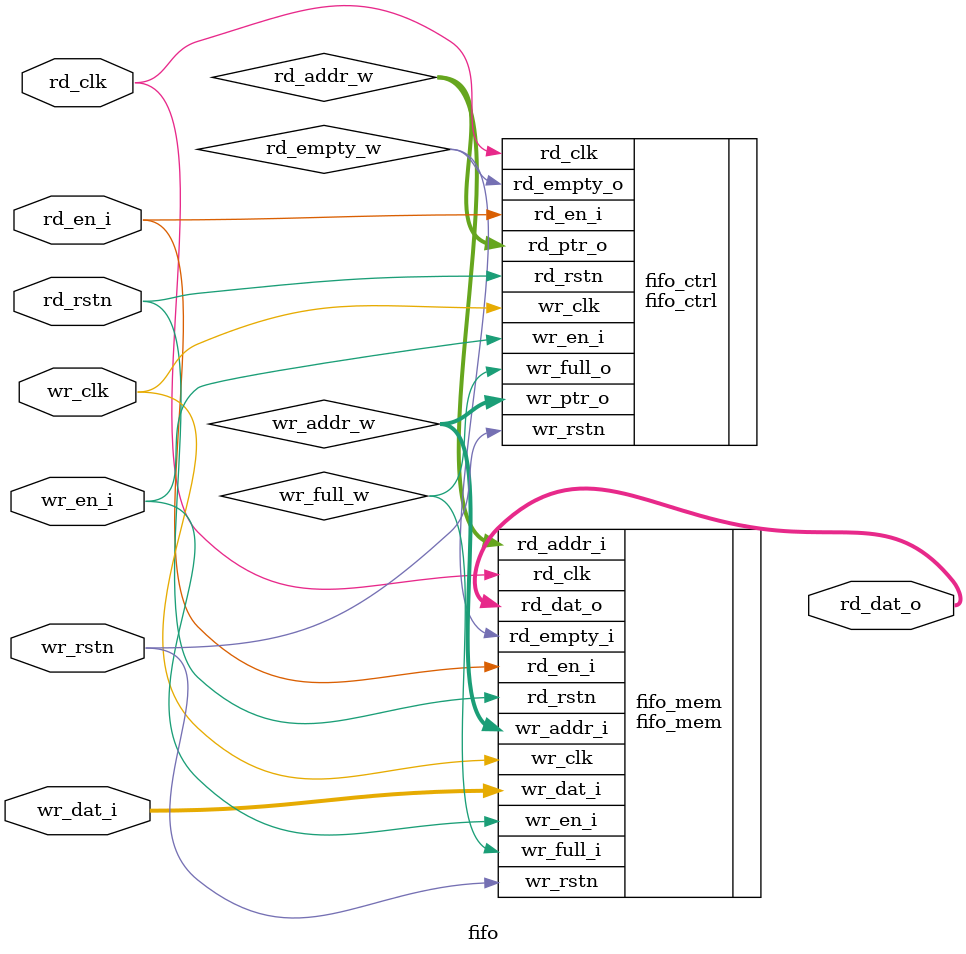
<source format=v>

module fifo(
    wr_clk      ,
    wr_rstn     ,
    wr_dat_i    ,
    wr_en_i     ,
    rd_clk      ,
    rd_rstn     ,
    rd_dat_o    ,
    rd_en_i      
);

    parameter                           FIFO_DEPTH      =   8   ;
    parameter                           FIFO_DAT_WD     =   4   ;
    parameter                           FIFO_ADDR_WD    =   3   ;


    input                               wr_clk      ;
    input                               wr_rstn     ;
    input   [FIFO_DAT_WD    -1:0]       wr_dat_i    ;
    input                               wr_en_i     ;
    input                               rd_clk      ;
    input                               rd_rstn     ;
    output  [FIFO_DAT_WD    -1:0]       rd_dat_o    ;
    input                               rd_en_i     ;


    wire                                wr_full_w   ;
    wire                                rd_empty_w  ;
    wire   [FIFO_ADDR_WD    -1:0]       rd_addr_w   ;
    wire   [FIFO_ADDR_WD    -1:0]       wr_addr_w   ;

    fifo_ctrl #(.FIFO_ADDR_WD(FIFO_ADDR_WD)) fifo_ctrl(
        .rd_clk     (   rd_clk      ),
        .rd_rstn    (   rd_rstn     ),
        .rd_en_i    (   rd_en_i     ),
        .rd_empty_o (   rd_empty_w  ),
        .rd_ptr_o   (   rd_addr_w   ),
        .wr_clk     (   wr_clk      ),
        .wr_rstn    (   wr_rstn     ),
        .wr_en_i    (   wr_en_i     ),
        .wr_full_o  (   wr_full_w   ),
        .wr_ptr_o   (   wr_addr_w   )
    );

    fifo_mem #(.FIFO_DEPTH(FIFO_DEPTH), .FIFO_DAT_WD(FIFO_DAT_WD), .FIFO_ADDR_WD(FIFO_ADDR_WD)) fifo_mem(
        .wr_clk     (   wr_clk      ),
        .wr_rstn    (   wr_rstn     ),
        .wr_dat_i   (   wr_dat_i    ),
        .wr_en_i    (   wr_en_i     ),
        .wr_addr_i  (   wr_addr_w   ),
        .wr_full_i  (   wr_full_w   ),
        .rd_clk     (   rd_clk      ),
        .rd_rstn    (   rd_rstn     ),
        .rd_dat_o   (   rd_dat_o    ),
        .rd_en_i    (   rd_en_i     ),
        .rd_addr_i  (   rd_addr_w   ),
        .rd_empty_i (   rd_empty_w  )
    );

endmodule
</source>
